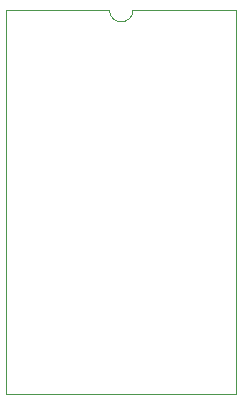
<source format=gbr>
%TF.GenerationSoftware,KiCad,Pcbnew,9.0.0*%
%TF.CreationDate,2025-03-05T17:01:44+13:00*%
%TF.ProjectId,SOIC-24_to_DIP-24_adapter,534f4943-2d32-4345-9f74-6f5f4449502d,rev?*%
%TF.SameCoordinates,Original*%
%TF.FileFunction,Profile,NP*%
%FSLAX46Y46*%
G04 Gerber Fmt 4.6, Leading zero omitted, Abs format (unit mm)*
G04 Created by KiCad (PCBNEW 9.0.0) date 2025-03-05 17:01:44*
%MOMM*%
%LPD*%
G01*
G04 APERTURE LIST*
%TA.AperFunction,Profile*%
%ADD10C,0.100000*%
%TD*%
G04 APERTURE END LIST*
D10*
X162450000Y-117000000D02*
X143000000Y-117000000D01*
X162450000Y-84500000D02*
X162450000Y-117000000D01*
X153725000Y-84500000D02*
G75*
G02*
X151725000Y-84500000I-1000000J0D01*
G01*
X151725000Y-84500000D02*
X143000000Y-84500000D01*
X162450000Y-84500000D02*
X153725000Y-84500000D01*
X143000000Y-117000000D02*
X143000000Y-84500000D01*
M02*

</source>
